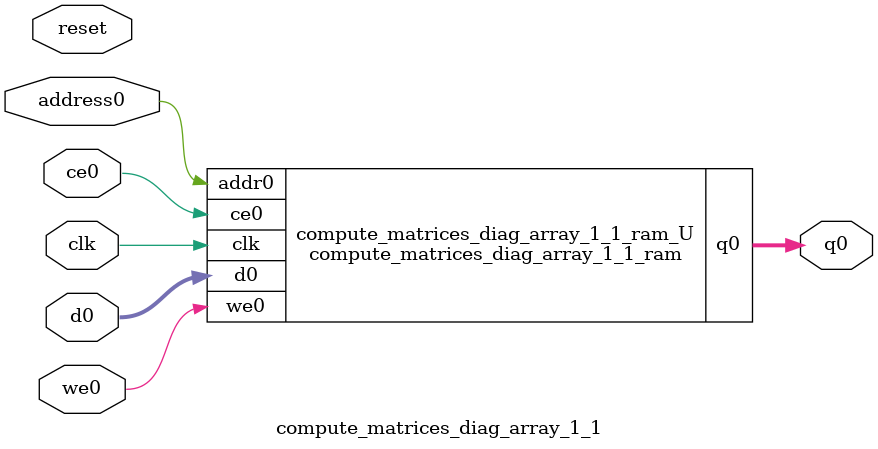
<source format=v>
`timescale 1 ns / 1 ps
module compute_matrices_diag_array_1_1_ram (addr0, ce0, d0, we0, q0,  clk);

parameter DWIDTH = 8;
parameter AWIDTH = 1;
parameter MEM_SIZE = 2;

input[AWIDTH-1:0] addr0;
input ce0;
input[DWIDTH-1:0] d0;
input we0;
output reg[DWIDTH-1:0] q0;
input clk;

(* ram_style = "block" *)reg [DWIDTH-1:0] ram[0:MEM_SIZE-1];




always @(posedge clk)  
begin 
    if (ce0) begin
        if (we0) 
            ram[addr0] <= d0; 
        q0 <= ram[addr0];
    end
end


endmodule

`timescale 1 ns / 1 ps
module compute_matrices_diag_array_1_1(
    reset,
    clk,
    address0,
    ce0,
    we0,
    d0,
    q0);

parameter DataWidth = 32'd8;
parameter AddressRange = 32'd2;
parameter AddressWidth = 32'd1;
input reset;
input clk;
input[AddressWidth - 1:0] address0;
input ce0;
input we0;
input[DataWidth - 1:0] d0;
output[DataWidth - 1:0] q0;



compute_matrices_diag_array_1_1_ram compute_matrices_diag_array_1_1_ram_U(
    .clk( clk ),
    .addr0( address0 ),
    .ce0( ce0 ),
    .we0( we0 ),
    .d0( d0 ),
    .q0( q0 ));

endmodule


</source>
